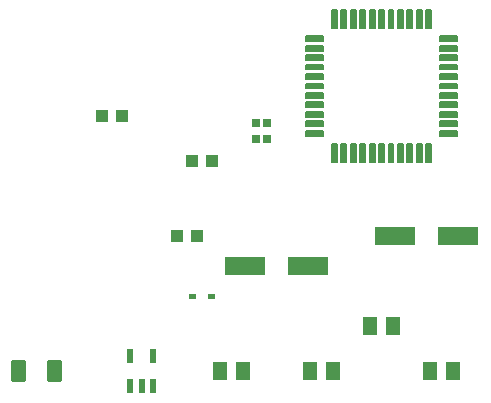
<source format=gbr>
G04 EAGLE Gerber RS-274X export*
G75*
%MOMM*%
%FSLAX34Y34*%
%LPD*%
%INSolderpaste Top*%
%IPPOS*%
%AMOC8*
5,1,8,0,0,1.08239X$1,22.5*%
G01*
%ADD10R,1.100000X1.000000*%
%ADD11R,3.500000X1.600000*%
%ADD12R,0.550000X1.200000*%
%ADD13R,1.300000X1.500000*%
%ADD14C,0.300000*%
%ADD15C,0.137500*%
%ADD16R,0.700000X0.750000*%
%ADD17C,0.040000*%


D10*
X905900Y482600D03*
X922900Y482600D03*
X842400Y584200D03*
X859400Y584200D03*
X918600Y546100D03*
X935600Y546100D03*
D11*
X1144600Y482600D03*
X1090600Y482600D03*
X963600Y457200D03*
X1017600Y457200D03*
D12*
X866800Y355299D03*
X876300Y355299D03*
X885800Y355299D03*
X885800Y381301D03*
X866800Y381301D03*
D13*
X1019200Y368300D03*
X1038200Y368300D03*
X943000Y368300D03*
X962000Y368300D03*
X1070000Y406400D03*
X1089000Y406400D03*
D14*
X776850Y360700D02*
X767850Y360700D01*
X767850Y375900D01*
X776850Y375900D01*
X776850Y360700D01*
X776850Y363550D02*
X767850Y363550D01*
X767850Y366400D02*
X776850Y366400D01*
X776850Y369250D02*
X767850Y369250D01*
X767850Y372100D02*
X776850Y372100D01*
X776850Y374950D02*
X767850Y374950D01*
X797950Y360700D02*
X806950Y360700D01*
X797950Y360700D02*
X797950Y375900D01*
X806950Y375900D01*
X806950Y360700D01*
X806950Y363550D02*
X797950Y363550D01*
X797950Y366400D02*
X806950Y366400D01*
X806950Y369250D02*
X797950Y369250D01*
X797950Y372100D02*
X806950Y372100D01*
X806950Y374950D02*
X797950Y374950D01*
D13*
X1120800Y368300D03*
X1139800Y368300D03*
D15*
X1041563Y545487D02*
X1041563Y560113D01*
X1041563Y545487D02*
X1037437Y545487D01*
X1037437Y560113D01*
X1041563Y560113D01*
X1041563Y546793D02*
X1037437Y546793D01*
X1037437Y548099D02*
X1041563Y548099D01*
X1041563Y549405D02*
X1037437Y549405D01*
X1037437Y550711D02*
X1041563Y550711D01*
X1041563Y552017D02*
X1037437Y552017D01*
X1037437Y553323D02*
X1041563Y553323D01*
X1041563Y554629D02*
X1037437Y554629D01*
X1037437Y555935D02*
X1041563Y555935D01*
X1041563Y557241D02*
X1037437Y557241D01*
X1037437Y558547D02*
X1041563Y558547D01*
X1041563Y559853D02*
X1037437Y559853D01*
X1049563Y560113D02*
X1049563Y545487D01*
X1045437Y545487D01*
X1045437Y560113D01*
X1049563Y560113D01*
X1049563Y546793D02*
X1045437Y546793D01*
X1045437Y548099D02*
X1049563Y548099D01*
X1049563Y549405D02*
X1045437Y549405D01*
X1045437Y550711D02*
X1049563Y550711D01*
X1049563Y552017D02*
X1045437Y552017D01*
X1045437Y553323D02*
X1049563Y553323D01*
X1049563Y554629D02*
X1045437Y554629D01*
X1045437Y555935D02*
X1049563Y555935D01*
X1049563Y557241D02*
X1045437Y557241D01*
X1045437Y558547D02*
X1049563Y558547D01*
X1049563Y559853D02*
X1045437Y559853D01*
X1057563Y560113D02*
X1057563Y545487D01*
X1053437Y545487D01*
X1053437Y560113D01*
X1057563Y560113D01*
X1057563Y546793D02*
X1053437Y546793D01*
X1053437Y548099D02*
X1057563Y548099D01*
X1057563Y549405D02*
X1053437Y549405D01*
X1053437Y550711D02*
X1057563Y550711D01*
X1057563Y552017D02*
X1053437Y552017D01*
X1053437Y553323D02*
X1057563Y553323D01*
X1057563Y554629D02*
X1053437Y554629D01*
X1053437Y555935D02*
X1057563Y555935D01*
X1057563Y557241D02*
X1053437Y557241D01*
X1053437Y558547D02*
X1057563Y558547D01*
X1057563Y559853D02*
X1053437Y559853D01*
X1065563Y560113D02*
X1065563Y545487D01*
X1061437Y545487D01*
X1061437Y560113D01*
X1065563Y560113D01*
X1065563Y546793D02*
X1061437Y546793D01*
X1061437Y548099D02*
X1065563Y548099D01*
X1065563Y549405D02*
X1061437Y549405D01*
X1061437Y550711D02*
X1065563Y550711D01*
X1065563Y552017D02*
X1061437Y552017D01*
X1061437Y553323D02*
X1065563Y553323D01*
X1065563Y554629D02*
X1061437Y554629D01*
X1061437Y555935D02*
X1065563Y555935D01*
X1065563Y557241D02*
X1061437Y557241D01*
X1061437Y558547D02*
X1065563Y558547D01*
X1065563Y559853D02*
X1061437Y559853D01*
X1073563Y560113D02*
X1073563Y545487D01*
X1069437Y545487D01*
X1069437Y560113D01*
X1073563Y560113D01*
X1073563Y546793D02*
X1069437Y546793D01*
X1069437Y548099D02*
X1073563Y548099D01*
X1073563Y549405D02*
X1069437Y549405D01*
X1069437Y550711D02*
X1073563Y550711D01*
X1073563Y552017D02*
X1069437Y552017D01*
X1069437Y553323D02*
X1073563Y553323D01*
X1073563Y554629D02*
X1069437Y554629D01*
X1069437Y555935D02*
X1073563Y555935D01*
X1073563Y557241D02*
X1069437Y557241D01*
X1069437Y558547D02*
X1073563Y558547D01*
X1073563Y559853D02*
X1069437Y559853D01*
X1081563Y560113D02*
X1081563Y545487D01*
X1077437Y545487D01*
X1077437Y560113D01*
X1081563Y560113D01*
X1081563Y546793D02*
X1077437Y546793D01*
X1077437Y548099D02*
X1081563Y548099D01*
X1081563Y549405D02*
X1077437Y549405D01*
X1077437Y550711D02*
X1081563Y550711D01*
X1081563Y552017D02*
X1077437Y552017D01*
X1077437Y553323D02*
X1081563Y553323D01*
X1081563Y554629D02*
X1077437Y554629D01*
X1077437Y555935D02*
X1081563Y555935D01*
X1081563Y557241D02*
X1077437Y557241D01*
X1077437Y558547D02*
X1081563Y558547D01*
X1081563Y559853D02*
X1077437Y559853D01*
X1089563Y560113D02*
X1089563Y545487D01*
X1085437Y545487D01*
X1085437Y560113D01*
X1089563Y560113D01*
X1089563Y546793D02*
X1085437Y546793D01*
X1085437Y548099D02*
X1089563Y548099D01*
X1089563Y549405D02*
X1085437Y549405D01*
X1085437Y550711D02*
X1089563Y550711D01*
X1089563Y552017D02*
X1085437Y552017D01*
X1085437Y553323D02*
X1089563Y553323D01*
X1089563Y554629D02*
X1085437Y554629D01*
X1085437Y555935D02*
X1089563Y555935D01*
X1089563Y557241D02*
X1085437Y557241D01*
X1085437Y558547D02*
X1089563Y558547D01*
X1089563Y559853D02*
X1085437Y559853D01*
X1097563Y560113D02*
X1097563Y545487D01*
X1093437Y545487D01*
X1093437Y560113D01*
X1097563Y560113D01*
X1097563Y546793D02*
X1093437Y546793D01*
X1093437Y548099D02*
X1097563Y548099D01*
X1097563Y549405D02*
X1093437Y549405D01*
X1093437Y550711D02*
X1097563Y550711D01*
X1097563Y552017D02*
X1093437Y552017D01*
X1093437Y553323D02*
X1097563Y553323D01*
X1097563Y554629D02*
X1093437Y554629D01*
X1093437Y555935D02*
X1097563Y555935D01*
X1097563Y557241D02*
X1093437Y557241D01*
X1093437Y558547D02*
X1097563Y558547D01*
X1097563Y559853D02*
X1093437Y559853D01*
X1105563Y560113D02*
X1105563Y545487D01*
X1101437Y545487D01*
X1101437Y560113D01*
X1105563Y560113D01*
X1105563Y546793D02*
X1101437Y546793D01*
X1101437Y548099D02*
X1105563Y548099D01*
X1105563Y549405D02*
X1101437Y549405D01*
X1101437Y550711D02*
X1105563Y550711D01*
X1105563Y552017D02*
X1101437Y552017D01*
X1101437Y553323D02*
X1105563Y553323D01*
X1105563Y554629D02*
X1101437Y554629D01*
X1101437Y555935D02*
X1105563Y555935D01*
X1105563Y557241D02*
X1101437Y557241D01*
X1101437Y558547D02*
X1105563Y558547D01*
X1105563Y559853D02*
X1101437Y559853D01*
X1113563Y560113D02*
X1113563Y545487D01*
X1109437Y545487D01*
X1109437Y560113D01*
X1113563Y560113D01*
X1113563Y546793D02*
X1109437Y546793D01*
X1109437Y548099D02*
X1113563Y548099D01*
X1113563Y549405D02*
X1109437Y549405D01*
X1109437Y550711D02*
X1113563Y550711D01*
X1113563Y552017D02*
X1109437Y552017D01*
X1109437Y553323D02*
X1113563Y553323D01*
X1113563Y554629D02*
X1109437Y554629D01*
X1109437Y555935D02*
X1113563Y555935D01*
X1113563Y557241D02*
X1109437Y557241D01*
X1109437Y558547D02*
X1113563Y558547D01*
X1113563Y559853D02*
X1109437Y559853D01*
X1121563Y560113D02*
X1121563Y545487D01*
X1117437Y545487D01*
X1117437Y560113D01*
X1121563Y560113D01*
X1121563Y546793D02*
X1117437Y546793D01*
X1117437Y548099D02*
X1121563Y548099D01*
X1121563Y549405D02*
X1117437Y549405D01*
X1117437Y550711D02*
X1121563Y550711D01*
X1121563Y552017D02*
X1117437Y552017D01*
X1117437Y553323D02*
X1121563Y553323D01*
X1121563Y554629D02*
X1117437Y554629D01*
X1117437Y555935D02*
X1121563Y555935D01*
X1121563Y557241D02*
X1117437Y557241D01*
X1117437Y558547D02*
X1121563Y558547D01*
X1121563Y559853D02*
X1117437Y559853D01*
X1121563Y659087D02*
X1121563Y673713D01*
X1121563Y659087D02*
X1117437Y659087D01*
X1117437Y673713D01*
X1121563Y673713D01*
X1121563Y660393D02*
X1117437Y660393D01*
X1117437Y661699D02*
X1121563Y661699D01*
X1121563Y663005D02*
X1117437Y663005D01*
X1117437Y664311D02*
X1121563Y664311D01*
X1121563Y665617D02*
X1117437Y665617D01*
X1117437Y666923D02*
X1121563Y666923D01*
X1121563Y668229D02*
X1117437Y668229D01*
X1117437Y669535D02*
X1121563Y669535D01*
X1121563Y670841D02*
X1117437Y670841D01*
X1117437Y672147D02*
X1121563Y672147D01*
X1121563Y673453D02*
X1117437Y673453D01*
X1113563Y673713D02*
X1113563Y659087D01*
X1109437Y659087D01*
X1109437Y673713D01*
X1113563Y673713D01*
X1113563Y660393D02*
X1109437Y660393D01*
X1109437Y661699D02*
X1113563Y661699D01*
X1113563Y663005D02*
X1109437Y663005D01*
X1109437Y664311D02*
X1113563Y664311D01*
X1113563Y665617D02*
X1109437Y665617D01*
X1109437Y666923D02*
X1113563Y666923D01*
X1113563Y668229D02*
X1109437Y668229D01*
X1109437Y669535D02*
X1113563Y669535D01*
X1113563Y670841D02*
X1109437Y670841D01*
X1109437Y672147D02*
X1113563Y672147D01*
X1113563Y673453D02*
X1109437Y673453D01*
X1105563Y673713D02*
X1105563Y659087D01*
X1101437Y659087D01*
X1101437Y673713D01*
X1105563Y673713D01*
X1105563Y660393D02*
X1101437Y660393D01*
X1101437Y661699D02*
X1105563Y661699D01*
X1105563Y663005D02*
X1101437Y663005D01*
X1101437Y664311D02*
X1105563Y664311D01*
X1105563Y665617D02*
X1101437Y665617D01*
X1101437Y666923D02*
X1105563Y666923D01*
X1105563Y668229D02*
X1101437Y668229D01*
X1101437Y669535D02*
X1105563Y669535D01*
X1105563Y670841D02*
X1101437Y670841D01*
X1101437Y672147D02*
X1105563Y672147D01*
X1105563Y673453D02*
X1101437Y673453D01*
X1097563Y673713D02*
X1097563Y659087D01*
X1093437Y659087D01*
X1093437Y673713D01*
X1097563Y673713D01*
X1097563Y660393D02*
X1093437Y660393D01*
X1093437Y661699D02*
X1097563Y661699D01*
X1097563Y663005D02*
X1093437Y663005D01*
X1093437Y664311D02*
X1097563Y664311D01*
X1097563Y665617D02*
X1093437Y665617D01*
X1093437Y666923D02*
X1097563Y666923D01*
X1097563Y668229D02*
X1093437Y668229D01*
X1093437Y669535D02*
X1097563Y669535D01*
X1097563Y670841D02*
X1093437Y670841D01*
X1093437Y672147D02*
X1097563Y672147D01*
X1097563Y673453D02*
X1093437Y673453D01*
X1089563Y673713D02*
X1089563Y659087D01*
X1085437Y659087D01*
X1085437Y673713D01*
X1089563Y673713D01*
X1089563Y660393D02*
X1085437Y660393D01*
X1085437Y661699D02*
X1089563Y661699D01*
X1089563Y663005D02*
X1085437Y663005D01*
X1085437Y664311D02*
X1089563Y664311D01*
X1089563Y665617D02*
X1085437Y665617D01*
X1085437Y666923D02*
X1089563Y666923D01*
X1089563Y668229D02*
X1085437Y668229D01*
X1085437Y669535D02*
X1089563Y669535D01*
X1089563Y670841D02*
X1085437Y670841D01*
X1085437Y672147D02*
X1089563Y672147D01*
X1089563Y673453D02*
X1085437Y673453D01*
X1081563Y673713D02*
X1081563Y659087D01*
X1077437Y659087D01*
X1077437Y673713D01*
X1081563Y673713D01*
X1081563Y660393D02*
X1077437Y660393D01*
X1077437Y661699D02*
X1081563Y661699D01*
X1081563Y663005D02*
X1077437Y663005D01*
X1077437Y664311D02*
X1081563Y664311D01*
X1081563Y665617D02*
X1077437Y665617D01*
X1077437Y666923D02*
X1081563Y666923D01*
X1081563Y668229D02*
X1077437Y668229D01*
X1077437Y669535D02*
X1081563Y669535D01*
X1081563Y670841D02*
X1077437Y670841D01*
X1077437Y672147D02*
X1081563Y672147D01*
X1081563Y673453D02*
X1077437Y673453D01*
X1073563Y673713D02*
X1073563Y659087D01*
X1069437Y659087D01*
X1069437Y673713D01*
X1073563Y673713D01*
X1073563Y660393D02*
X1069437Y660393D01*
X1069437Y661699D02*
X1073563Y661699D01*
X1073563Y663005D02*
X1069437Y663005D01*
X1069437Y664311D02*
X1073563Y664311D01*
X1073563Y665617D02*
X1069437Y665617D01*
X1069437Y666923D02*
X1073563Y666923D01*
X1073563Y668229D02*
X1069437Y668229D01*
X1069437Y669535D02*
X1073563Y669535D01*
X1073563Y670841D02*
X1069437Y670841D01*
X1069437Y672147D02*
X1073563Y672147D01*
X1073563Y673453D02*
X1069437Y673453D01*
X1065563Y673713D02*
X1065563Y659087D01*
X1061437Y659087D01*
X1061437Y673713D01*
X1065563Y673713D01*
X1065563Y660393D02*
X1061437Y660393D01*
X1061437Y661699D02*
X1065563Y661699D01*
X1065563Y663005D02*
X1061437Y663005D01*
X1061437Y664311D02*
X1065563Y664311D01*
X1065563Y665617D02*
X1061437Y665617D01*
X1061437Y666923D02*
X1065563Y666923D01*
X1065563Y668229D02*
X1061437Y668229D01*
X1061437Y669535D02*
X1065563Y669535D01*
X1065563Y670841D02*
X1061437Y670841D01*
X1061437Y672147D02*
X1065563Y672147D01*
X1065563Y673453D02*
X1061437Y673453D01*
X1057563Y673713D02*
X1057563Y659087D01*
X1053437Y659087D01*
X1053437Y673713D01*
X1057563Y673713D01*
X1057563Y660393D02*
X1053437Y660393D01*
X1053437Y661699D02*
X1057563Y661699D01*
X1057563Y663005D02*
X1053437Y663005D01*
X1053437Y664311D02*
X1057563Y664311D01*
X1057563Y665617D02*
X1053437Y665617D01*
X1053437Y666923D02*
X1057563Y666923D01*
X1057563Y668229D02*
X1053437Y668229D01*
X1053437Y669535D02*
X1057563Y669535D01*
X1057563Y670841D02*
X1053437Y670841D01*
X1053437Y672147D02*
X1057563Y672147D01*
X1057563Y673453D02*
X1053437Y673453D01*
X1049563Y673713D02*
X1049563Y659087D01*
X1045437Y659087D01*
X1045437Y673713D01*
X1049563Y673713D01*
X1049563Y660393D02*
X1045437Y660393D01*
X1045437Y661699D02*
X1049563Y661699D01*
X1049563Y663005D02*
X1045437Y663005D01*
X1045437Y664311D02*
X1049563Y664311D01*
X1049563Y665617D02*
X1045437Y665617D01*
X1045437Y666923D02*
X1049563Y666923D01*
X1049563Y668229D02*
X1045437Y668229D01*
X1045437Y669535D02*
X1049563Y669535D01*
X1049563Y670841D02*
X1045437Y670841D01*
X1045437Y672147D02*
X1049563Y672147D01*
X1049563Y673453D02*
X1045437Y673453D01*
X1041563Y673713D02*
X1041563Y659087D01*
X1037437Y659087D01*
X1037437Y673713D01*
X1041563Y673713D01*
X1041563Y660393D02*
X1037437Y660393D01*
X1037437Y661699D02*
X1041563Y661699D01*
X1041563Y663005D02*
X1037437Y663005D01*
X1037437Y664311D02*
X1041563Y664311D01*
X1041563Y665617D02*
X1037437Y665617D01*
X1037437Y666923D02*
X1041563Y666923D01*
X1041563Y668229D02*
X1037437Y668229D01*
X1037437Y669535D02*
X1041563Y669535D01*
X1041563Y670841D02*
X1037437Y670841D01*
X1037437Y672147D02*
X1041563Y672147D01*
X1041563Y673453D02*
X1037437Y673453D01*
X1030013Y647537D02*
X1015387Y647537D01*
X1015387Y651663D01*
X1030013Y651663D01*
X1030013Y647537D01*
X1030013Y648843D02*
X1015387Y648843D01*
X1015387Y650149D02*
X1030013Y650149D01*
X1030013Y651455D02*
X1015387Y651455D01*
X1015387Y639537D02*
X1030013Y639537D01*
X1015387Y639537D02*
X1015387Y643663D01*
X1030013Y643663D01*
X1030013Y639537D01*
X1030013Y640843D02*
X1015387Y640843D01*
X1015387Y642149D02*
X1030013Y642149D01*
X1030013Y643455D02*
X1015387Y643455D01*
X1015387Y631537D02*
X1030013Y631537D01*
X1015387Y631537D02*
X1015387Y635663D01*
X1030013Y635663D01*
X1030013Y631537D01*
X1030013Y632843D02*
X1015387Y632843D01*
X1015387Y634149D02*
X1030013Y634149D01*
X1030013Y635455D02*
X1015387Y635455D01*
X1015387Y623537D02*
X1030013Y623537D01*
X1015387Y623537D02*
X1015387Y627663D01*
X1030013Y627663D01*
X1030013Y623537D01*
X1030013Y624843D02*
X1015387Y624843D01*
X1015387Y626149D02*
X1030013Y626149D01*
X1030013Y627455D02*
X1015387Y627455D01*
X1015387Y615537D02*
X1030013Y615537D01*
X1015387Y615537D02*
X1015387Y619663D01*
X1030013Y619663D01*
X1030013Y615537D01*
X1030013Y616843D02*
X1015387Y616843D01*
X1015387Y618149D02*
X1030013Y618149D01*
X1030013Y619455D02*
X1015387Y619455D01*
X1015387Y607537D02*
X1030013Y607537D01*
X1015387Y607537D02*
X1015387Y611663D01*
X1030013Y611663D01*
X1030013Y607537D01*
X1030013Y608843D02*
X1015387Y608843D01*
X1015387Y610149D02*
X1030013Y610149D01*
X1030013Y611455D02*
X1015387Y611455D01*
X1015387Y599537D02*
X1030013Y599537D01*
X1015387Y599537D02*
X1015387Y603663D01*
X1030013Y603663D01*
X1030013Y599537D01*
X1030013Y600843D02*
X1015387Y600843D01*
X1015387Y602149D02*
X1030013Y602149D01*
X1030013Y603455D02*
X1015387Y603455D01*
X1015387Y591537D02*
X1030013Y591537D01*
X1015387Y591537D02*
X1015387Y595663D01*
X1030013Y595663D01*
X1030013Y591537D01*
X1030013Y592843D02*
X1015387Y592843D01*
X1015387Y594149D02*
X1030013Y594149D01*
X1030013Y595455D02*
X1015387Y595455D01*
X1015387Y583537D02*
X1030013Y583537D01*
X1015387Y583537D02*
X1015387Y587663D01*
X1030013Y587663D01*
X1030013Y583537D01*
X1030013Y584843D02*
X1015387Y584843D01*
X1015387Y586149D02*
X1030013Y586149D01*
X1030013Y587455D02*
X1015387Y587455D01*
X1015387Y575537D02*
X1030013Y575537D01*
X1015387Y575537D02*
X1015387Y579663D01*
X1030013Y579663D01*
X1030013Y575537D01*
X1030013Y576843D02*
X1015387Y576843D01*
X1015387Y578149D02*
X1030013Y578149D01*
X1030013Y579455D02*
X1015387Y579455D01*
X1015387Y567537D02*
X1030013Y567537D01*
X1015387Y567537D02*
X1015387Y571663D01*
X1030013Y571663D01*
X1030013Y567537D01*
X1030013Y568843D02*
X1015387Y568843D01*
X1015387Y570149D02*
X1030013Y570149D01*
X1030013Y571455D02*
X1015387Y571455D01*
X1128987Y567537D02*
X1143613Y567537D01*
X1128987Y567537D02*
X1128987Y571663D01*
X1143613Y571663D01*
X1143613Y567537D01*
X1143613Y568843D02*
X1128987Y568843D01*
X1128987Y570149D02*
X1143613Y570149D01*
X1143613Y571455D02*
X1128987Y571455D01*
X1128987Y575537D02*
X1143613Y575537D01*
X1128987Y575537D02*
X1128987Y579663D01*
X1143613Y579663D01*
X1143613Y575537D01*
X1143613Y576843D02*
X1128987Y576843D01*
X1128987Y578149D02*
X1143613Y578149D01*
X1143613Y579455D02*
X1128987Y579455D01*
X1128987Y583537D02*
X1143613Y583537D01*
X1128987Y583537D02*
X1128987Y587663D01*
X1143613Y587663D01*
X1143613Y583537D01*
X1143613Y584843D02*
X1128987Y584843D01*
X1128987Y586149D02*
X1143613Y586149D01*
X1143613Y587455D02*
X1128987Y587455D01*
X1128987Y591537D02*
X1143613Y591537D01*
X1128987Y591537D02*
X1128987Y595663D01*
X1143613Y595663D01*
X1143613Y591537D01*
X1143613Y592843D02*
X1128987Y592843D01*
X1128987Y594149D02*
X1143613Y594149D01*
X1143613Y595455D02*
X1128987Y595455D01*
X1128987Y599537D02*
X1143613Y599537D01*
X1128987Y599537D02*
X1128987Y603663D01*
X1143613Y603663D01*
X1143613Y599537D01*
X1143613Y600843D02*
X1128987Y600843D01*
X1128987Y602149D02*
X1143613Y602149D01*
X1143613Y603455D02*
X1128987Y603455D01*
X1128987Y607537D02*
X1143613Y607537D01*
X1128987Y607537D02*
X1128987Y611663D01*
X1143613Y611663D01*
X1143613Y607537D01*
X1143613Y608843D02*
X1128987Y608843D01*
X1128987Y610149D02*
X1143613Y610149D01*
X1143613Y611455D02*
X1128987Y611455D01*
X1128987Y615537D02*
X1143613Y615537D01*
X1128987Y615537D02*
X1128987Y619663D01*
X1143613Y619663D01*
X1143613Y615537D01*
X1143613Y616843D02*
X1128987Y616843D01*
X1128987Y618149D02*
X1143613Y618149D01*
X1143613Y619455D02*
X1128987Y619455D01*
X1128987Y623537D02*
X1143613Y623537D01*
X1128987Y623537D02*
X1128987Y627663D01*
X1143613Y627663D01*
X1143613Y623537D01*
X1143613Y624843D02*
X1128987Y624843D01*
X1128987Y626149D02*
X1143613Y626149D01*
X1143613Y627455D02*
X1128987Y627455D01*
X1128987Y631537D02*
X1143613Y631537D01*
X1128987Y631537D02*
X1128987Y635663D01*
X1143613Y635663D01*
X1143613Y631537D01*
X1143613Y632843D02*
X1128987Y632843D01*
X1128987Y634149D02*
X1143613Y634149D01*
X1143613Y635455D02*
X1128987Y635455D01*
X1128987Y639537D02*
X1143613Y639537D01*
X1128987Y639537D02*
X1128987Y643663D01*
X1143613Y643663D01*
X1143613Y639537D01*
X1143613Y640843D02*
X1128987Y640843D01*
X1128987Y642149D02*
X1143613Y642149D01*
X1143613Y643455D02*
X1128987Y643455D01*
X1128987Y647537D02*
X1143613Y647537D01*
X1128987Y647537D02*
X1128987Y651663D01*
X1143613Y651663D01*
X1143613Y647537D01*
X1143613Y648843D02*
X1128987Y648843D01*
X1128987Y650149D02*
X1143613Y650149D01*
X1143613Y651455D02*
X1128987Y651455D01*
D16*
X972900Y578250D03*
X972900Y564750D03*
X982900Y564750D03*
X982900Y578250D03*
D17*
X921550Y430000D02*
X916650Y430000D01*
X916650Y433600D01*
X921550Y433600D01*
X921550Y430000D01*
X921550Y430380D02*
X916650Y430380D01*
X916650Y430760D02*
X921550Y430760D01*
X921550Y431140D02*
X916650Y431140D01*
X916650Y431520D02*
X921550Y431520D01*
X921550Y431900D02*
X916650Y431900D01*
X916650Y432280D02*
X921550Y432280D01*
X921550Y432660D02*
X916650Y432660D01*
X916650Y433040D02*
X921550Y433040D01*
X921550Y433420D02*
X916650Y433420D01*
X932650Y430000D02*
X937550Y430000D01*
X932650Y430000D02*
X932650Y433600D01*
X937550Y433600D01*
X937550Y430000D01*
X937550Y430380D02*
X932650Y430380D01*
X932650Y430760D02*
X937550Y430760D01*
X937550Y431140D02*
X932650Y431140D01*
X932650Y431520D02*
X937550Y431520D01*
X937550Y431900D02*
X932650Y431900D01*
X932650Y432280D02*
X937550Y432280D01*
X937550Y432660D02*
X932650Y432660D01*
X932650Y433040D02*
X937550Y433040D01*
X937550Y433420D02*
X932650Y433420D01*
M02*

</source>
